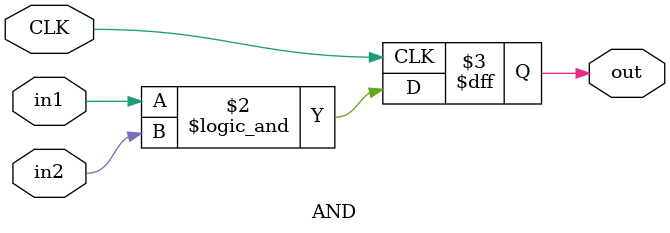
<source format=v>
`timescale 1ns / 1ps


module AND(CLK, in1, in2, out);
input CLK;
input in1, in2;
output out;
reg out;

always @(posedge CLK) begin
    out <= in1 && in2;
end

endmodule
</source>
